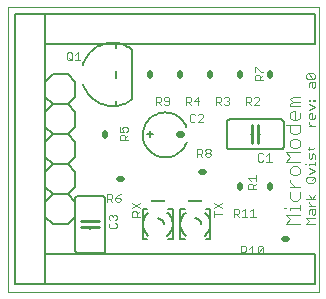
<source format=gto>
G75*
%MOIN*%
%OFA0B0*%
%FSLAX24Y24*%
%IPPOS*%
%LPD*%
%AMOC8*
5,1,8,0,0,1.08239X$1,22.5*
%
%ADD10C,0.0000*%
%ADD11C,0.0040*%
%ADD12C,0.0030*%
%ADD13C,0.0200*%
%ADD14C,0.0060*%
%ADD15C,0.0100*%
%ADD16C,0.0240*%
%ADD17R,0.0500X0.0050*%
%ADD18C,0.0050*%
D10*
X000100Y000100D02*
X000100Y009596D01*
X010470Y009596D01*
X010470Y000100D01*
X000100Y000100D01*
D11*
X009370Y002370D02*
X009523Y002523D01*
X009370Y002677D01*
X009830Y002677D01*
X009830Y002830D02*
X009830Y002984D01*
X009830Y002907D02*
X009523Y002907D01*
X009523Y002830D01*
X009370Y002907D02*
X009293Y002907D01*
X009600Y003137D02*
X009753Y003137D01*
X009830Y003214D01*
X009830Y003444D01*
X009830Y003598D02*
X009523Y003598D01*
X009523Y003751D02*
X009523Y003828D01*
X009523Y003751D02*
X009677Y003598D01*
X009523Y003444D02*
X009523Y003214D01*
X009600Y003137D01*
X009830Y002370D02*
X009370Y002370D01*
X009600Y003981D02*
X009523Y004058D01*
X009523Y004212D01*
X009600Y004288D01*
X009753Y004288D01*
X009830Y004212D01*
X009830Y004058D01*
X009753Y003981D01*
X009600Y003981D01*
X009830Y004442D02*
X009370Y004442D01*
X009523Y004595D01*
X009370Y004749D01*
X009830Y004749D01*
X009753Y004902D02*
X009600Y004902D01*
X009523Y004979D01*
X009523Y005132D01*
X009600Y005209D01*
X009753Y005209D01*
X009830Y005132D01*
X009830Y004979D01*
X009753Y004902D01*
X009753Y005363D02*
X009600Y005363D01*
X009523Y005439D01*
X009523Y005669D01*
X009370Y005669D02*
X009830Y005669D01*
X009830Y005439D01*
X009753Y005363D01*
X009753Y005823D02*
X009600Y005823D01*
X009523Y005900D01*
X009523Y006053D01*
X009600Y006130D01*
X009677Y006130D01*
X009677Y005823D01*
X009753Y005823D02*
X009830Y005900D01*
X009830Y006053D01*
X009830Y006283D02*
X009523Y006283D01*
X009523Y006360D01*
X009600Y006437D01*
X009523Y006514D01*
X009600Y006590D01*
X009830Y006590D01*
X009830Y006437D02*
X009600Y006437D01*
D12*
X010142Y006450D02*
X010190Y006450D01*
X010190Y006498D01*
X010142Y006498D01*
X010142Y006450D01*
X010142Y006349D02*
X010335Y006252D01*
X010142Y006155D01*
X010190Y006054D02*
X010238Y006054D01*
X010238Y005861D01*
X010190Y005861D02*
X010287Y005861D01*
X010335Y005909D01*
X010335Y006006D01*
X010190Y006054D02*
X010142Y006006D01*
X010142Y005909D01*
X010190Y005861D01*
X010142Y005760D02*
X010142Y005712D01*
X010238Y005615D01*
X010142Y005615D02*
X010335Y005615D01*
X010335Y004917D02*
X010287Y004869D01*
X010093Y004869D01*
X010142Y004917D02*
X010142Y004820D01*
X010142Y004719D02*
X010142Y004574D01*
X010190Y004526D01*
X010238Y004574D01*
X010238Y004671D01*
X010287Y004719D01*
X010335Y004671D01*
X010335Y004526D01*
X010335Y004426D02*
X010335Y004329D01*
X010335Y004378D02*
X010142Y004378D01*
X010142Y004329D01*
X010142Y004228D02*
X010335Y004131D01*
X010142Y004035D01*
X010093Y003934D02*
X010287Y003934D01*
X010335Y003885D01*
X010335Y003788D01*
X010287Y003740D01*
X010093Y003740D01*
X010045Y003788D01*
X010045Y003885D01*
X010093Y003934D01*
X010238Y003837D02*
X010335Y003934D01*
X010045Y004378D02*
X009996Y004378D01*
X008914Y004445D02*
X008720Y004445D01*
X008817Y004445D02*
X008817Y004735D01*
X008720Y004638D01*
X008619Y004687D02*
X008571Y004735D01*
X008474Y004735D01*
X008426Y004687D01*
X008426Y004493D01*
X008474Y004445D01*
X008571Y004445D01*
X008619Y004493D01*
X008375Y003981D02*
X008375Y003801D01*
X008375Y003891D02*
X008105Y003891D01*
X008195Y003801D01*
X008150Y003705D02*
X008240Y003705D01*
X008285Y003660D01*
X008285Y003525D01*
X008375Y003525D02*
X008105Y003525D01*
X008105Y003660D01*
X008150Y003705D01*
X008285Y003615D02*
X008375Y003705D01*
X008269Y002875D02*
X008269Y002605D01*
X008179Y002605D02*
X008359Y002605D01*
X008179Y002785D02*
X008269Y002875D01*
X007993Y002875D02*
X007993Y002605D01*
X007903Y002605D02*
X008083Y002605D01*
X007903Y002785D02*
X007993Y002875D01*
X007806Y002830D02*
X007806Y002740D01*
X007761Y002695D01*
X007626Y002695D01*
X007626Y002605D02*
X007626Y002875D01*
X007761Y002875D01*
X007806Y002830D01*
X007716Y002695D02*
X007806Y002605D01*
X007255Y002695D02*
X006985Y002695D01*
X006985Y002605D02*
X006985Y002785D01*
X006985Y002881D02*
X007255Y003061D01*
X007255Y002881D02*
X006985Y003061D01*
X007876Y001625D02*
X008011Y001625D01*
X008056Y001580D01*
X008056Y001490D01*
X008011Y001445D01*
X007876Y001445D01*
X007876Y001355D02*
X007876Y001625D01*
X007966Y001445D02*
X008056Y001355D01*
X008153Y001355D02*
X008333Y001355D01*
X008243Y001355D02*
X008243Y001625D01*
X008153Y001535D01*
X008429Y001580D02*
X008429Y001400D01*
X008609Y001580D01*
X008609Y001400D01*
X008564Y001355D01*
X008474Y001355D01*
X008429Y001400D01*
X008429Y001580D02*
X008474Y001625D01*
X008564Y001625D01*
X008609Y001580D01*
X010045Y002365D02*
X010142Y002462D01*
X010045Y002558D01*
X010335Y002558D01*
X010287Y002660D02*
X010238Y002708D01*
X010238Y002853D01*
X010190Y002853D02*
X010142Y002805D01*
X010142Y002708D01*
X010287Y002660D02*
X010335Y002708D01*
X010335Y002853D01*
X010190Y002853D01*
X010238Y002954D02*
X010142Y003051D01*
X010142Y003099D01*
X010142Y002954D02*
X010335Y002954D01*
X010335Y003200D02*
X010045Y003200D01*
X010142Y003345D02*
X010238Y003200D01*
X010335Y003345D01*
X010335Y002365D02*
X010045Y002365D01*
X006859Y004650D02*
X006814Y004605D01*
X006724Y004605D01*
X006679Y004650D01*
X006679Y004695D01*
X006724Y004740D01*
X006814Y004740D01*
X006859Y004695D01*
X006859Y004650D01*
X006814Y004740D02*
X006859Y004785D01*
X006859Y004830D01*
X006814Y004875D01*
X006724Y004875D01*
X006679Y004830D01*
X006679Y004785D01*
X006724Y004740D01*
X006583Y004740D02*
X006538Y004695D01*
X006403Y004695D01*
X006493Y004695D02*
X006583Y004605D01*
X006583Y004740D02*
X006583Y004830D01*
X006538Y004875D01*
X006403Y004875D01*
X006403Y004605D01*
X006441Y005765D02*
X006621Y005945D01*
X006621Y005990D01*
X006576Y006035D01*
X006486Y006035D01*
X006441Y005990D01*
X006345Y005990D02*
X006300Y006035D01*
X006210Y006035D01*
X006165Y005990D01*
X006165Y005810D01*
X006210Y005765D01*
X006300Y005765D01*
X006345Y005810D01*
X006441Y005765D02*
X006621Y005765D01*
X006436Y006325D02*
X006436Y006595D01*
X006301Y006460D01*
X006481Y006460D01*
X006205Y006460D02*
X006160Y006415D01*
X006025Y006415D01*
X006025Y006325D02*
X006025Y006595D01*
X006160Y006595D01*
X006205Y006550D01*
X006205Y006460D01*
X006115Y006415D02*
X006205Y006325D01*
X005481Y006370D02*
X005481Y006550D01*
X005436Y006595D01*
X005346Y006595D01*
X005301Y006550D01*
X005301Y006505D01*
X005346Y006460D01*
X005481Y006460D01*
X005481Y006370D02*
X005436Y006325D01*
X005346Y006325D01*
X005301Y006370D01*
X005205Y006325D02*
X005115Y006415D01*
X005160Y006415D02*
X005025Y006415D01*
X005025Y006325D02*
X005025Y006595D01*
X005160Y006595D01*
X005205Y006550D01*
X005205Y006460D01*
X005160Y006415D01*
X004095Y005564D02*
X004095Y005474D01*
X004050Y005429D01*
X003960Y005429D02*
X003915Y005519D01*
X003915Y005564D01*
X003960Y005609D01*
X004050Y005609D01*
X004095Y005564D01*
X003960Y005429D02*
X003825Y005429D01*
X003825Y005609D01*
X003870Y005333D02*
X003825Y005288D01*
X003825Y005153D01*
X004095Y005153D01*
X004005Y005153D02*
X004005Y005288D01*
X003960Y005333D01*
X003870Y005333D01*
X004005Y005243D02*
X004095Y005333D01*
X003859Y003375D02*
X003769Y003330D01*
X003679Y003240D01*
X003814Y003240D01*
X003859Y003195D01*
X003859Y003150D01*
X003814Y003105D01*
X003724Y003105D01*
X003679Y003150D01*
X003679Y003240D01*
X003583Y003240D02*
X003538Y003195D01*
X003403Y003195D01*
X003493Y003195D02*
X003583Y003105D01*
X003583Y003240D02*
X003583Y003330D01*
X003538Y003375D01*
X003403Y003375D01*
X003403Y003105D01*
X003510Y002671D02*
X003555Y002671D01*
X003600Y002626D01*
X003645Y002671D01*
X003690Y002671D01*
X003735Y002626D01*
X003735Y002536D01*
X003690Y002491D01*
X003690Y002395D02*
X003735Y002350D01*
X003735Y002260D01*
X003690Y002215D01*
X003510Y002215D01*
X003465Y002260D01*
X003465Y002350D01*
X003510Y002395D01*
X003510Y002491D02*
X003465Y002536D01*
X003465Y002626D01*
X003510Y002671D01*
X003600Y002626D02*
X003600Y002581D01*
X004235Y002605D02*
X004235Y002740D01*
X004280Y002785D01*
X004370Y002785D01*
X004415Y002740D01*
X004415Y002605D01*
X004505Y002605D02*
X004235Y002605D01*
X004415Y002695D02*
X004505Y002785D01*
X004505Y002881D02*
X004235Y003061D01*
X004235Y002881D02*
X004505Y003061D01*
X007025Y006325D02*
X007025Y006595D01*
X007160Y006595D01*
X007205Y006550D01*
X007205Y006460D01*
X007160Y006415D01*
X007025Y006415D01*
X007115Y006415D02*
X007205Y006325D01*
X007301Y006370D02*
X007346Y006325D01*
X007436Y006325D01*
X007481Y006370D01*
X007481Y006415D01*
X007436Y006460D01*
X007391Y006460D01*
X007436Y006460D02*
X007481Y006505D01*
X007481Y006550D01*
X007436Y006595D01*
X007346Y006595D01*
X007301Y006550D01*
X008025Y006595D02*
X008025Y006325D01*
X008025Y006415D02*
X008160Y006415D01*
X008205Y006460D01*
X008205Y006550D01*
X008160Y006595D01*
X008025Y006595D01*
X008115Y006415D02*
X008205Y006325D01*
X008301Y006325D02*
X008481Y006505D01*
X008481Y006550D01*
X008436Y006595D01*
X008346Y006595D01*
X008301Y006550D01*
X008301Y006325D02*
X008481Y006325D01*
X008505Y007153D02*
X008505Y007288D01*
X008460Y007333D01*
X008370Y007333D01*
X008325Y007288D01*
X008325Y007153D01*
X008595Y007153D01*
X008505Y007243D02*
X008595Y007333D01*
X008595Y007429D02*
X008550Y007429D01*
X008370Y007609D01*
X008325Y007609D01*
X008325Y007429D01*
X010045Y007332D02*
X010045Y007235D01*
X010093Y007186D01*
X010287Y007186D01*
X010093Y007380D01*
X010287Y007380D01*
X010335Y007332D01*
X010335Y007235D01*
X010287Y007186D01*
X010335Y007085D02*
X010190Y007085D01*
X010142Y007037D01*
X010142Y006940D01*
X010238Y006940D02*
X010238Y007085D01*
X010335Y007085D02*
X010335Y006940D01*
X010287Y006892D01*
X010238Y006940D01*
X010045Y007332D02*
X010093Y007380D01*
X010287Y006498D02*
X010335Y006498D01*
X010335Y006450D01*
X010287Y006450D01*
X010287Y006498D01*
X002519Y007815D02*
X002339Y007815D01*
X002429Y007815D02*
X002429Y008085D01*
X002339Y007995D01*
X002243Y008040D02*
X002243Y007860D01*
X002198Y007815D01*
X002108Y007815D01*
X002063Y007860D01*
X002063Y008040D01*
X002108Y008085D01*
X002198Y008085D01*
X002243Y008040D01*
X002153Y007905D02*
X002243Y007815D01*
D13*
X004850Y007400D02*
X004850Y007300D01*
X005850Y007300D02*
X005850Y007400D01*
X006850Y007400D02*
X006850Y007300D01*
X007850Y007300D02*
X007850Y007400D01*
X008850Y007400D02*
X008850Y007300D01*
X006650Y004100D02*
X006550Y004100D01*
X007850Y003650D02*
X007850Y003550D01*
X008850Y003550D02*
X008850Y003650D01*
X009300Y001850D02*
X009400Y001850D01*
X003900Y003850D02*
X003800Y003850D01*
X003350Y005300D02*
X003350Y005400D01*
D14*
X002350Y005600D02*
X002350Y006100D01*
X002100Y006350D01*
X001600Y006350D01*
X001350Y006100D01*
X001350Y005600D01*
X001600Y005350D01*
X002100Y005350D01*
X002350Y005600D01*
X002100Y005350D02*
X002350Y005100D01*
X002350Y004600D01*
X002100Y004350D01*
X002350Y004100D01*
X002350Y003600D01*
X002100Y003350D01*
X002350Y003100D01*
X002350Y002600D01*
X002100Y002350D01*
X001600Y002350D01*
X001350Y002600D01*
X001350Y003100D01*
X001600Y003350D01*
X001350Y003600D01*
X001350Y004100D01*
X001600Y004350D01*
X001350Y004600D01*
X001350Y005100D01*
X001600Y005350D01*
X002100Y005350D01*
X002100Y006350D02*
X001600Y006350D01*
X001350Y006600D01*
X001350Y007100D01*
X001600Y007350D01*
X002100Y007350D01*
X002350Y007100D01*
X002350Y006600D01*
X002100Y006350D01*
X002100Y004350D02*
X001600Y004350D01*
X001600Y003350D02*
X002100Y003350D01*
X002350Y003200D02*
X002350Y001500D01*
X002352Y001483D01*
X002356Y001466D01*
X002363Y001450D01*
X002373Y001436D01*
X002386Y001423D01*
X002400Y001413D01*
X002416Y001406D01*
X002433Y001402D01*
X002450Y001400D01*
X003250Y001400D01*
X003267Y001402D01*
X003284Y001406D01*
X003300Y001413D01*
X003314Y001423D01*
X003327Y001436D01*
X003337Y001450D01*
X003344Y001466D01*
X003348Y001483D01*
X003350Y001500D01*
X003350Y003200D01*
X003348Y003217D01*
X003344Y003234D01*
X003337Y003250D01*
X003327Y003264D01*
X003314Y003277D01*
X003300Y003287D01*
X003284Y003294D01*
X003267Y003298D01*
X003250Y003300D01*
X002450Y003300D01*
X002433Y003298D01*
X002416Y003294D01*
X002400Y003287D01*
X002386Y003277D01*
X002373Y003264D01*
X002363Y003250D01*
X002356Y003234D01*
X002352Y003217D01*
X002350Y003200D01*
X002850Y002500D02*
X002850Y002450D01*
X002850Y002250D02*
X002850Y002200D01*
X004600Y002350D02*
X004600Y001850D01*
X004750Y001850D01*
X004600Y002350D02*
X004600Y002850D01*
X004750Y002850D01*
X005412Y002740D02*
X005443Y002714D01*
X005472Y002685D01*
X005498Y002653D01*
X005521Y002620D01*
X005541Y002585D01*
X005559Y002548D01*
X005574Y002510D01*
X005585Y002471D01*
X005593Y002431D01*
X005598Y002391D01*
X005600Y002350D01*
X005600Y002850D01*
X005450Y002850D01*
X005850Y002850D02*
X006000Y002850D01*
X005850Y002850D02*
X005850Y002350D01*
X005850Y001850D01*
X006000Y001850D01*
X005600Y001850D02*
X005450Y001850D01*
X005600Y001850D02*
X005600Y002350D01*
X005300Y002350D02*
X005298Y002376D01*
X005293Y002402D01*
X005285Y002427D01*
X005273Y002450D01*
X005259Y002472D01*
X005241Y002491D01*
X005222Y002509D01*
X005200Y002523D01*
X005177Y002535D01*
X005152Y002543D01*
X005126Y002548D01*
X005100Y002550D01*
X004788Y002740D02*
X004757Y002714D01*
X004728Y002685D01*
X004702Y002653D01*
X004679Y002620D01*
X004659Y002585D01*
X004641Y002548D01*
X004626Y002510D01*
X004615Y002471D01*
X004607Y002431D01*
X004602Y002391D01*
X004600Y002350D01*
X005412Y001960D02*
X005443Y001986D01*
X005472Y002015D01*
X005498Y002047D01*
X005521Y002080D01*
X005541Y002115D01*
X005559Y002152D01*
X005574Y002190D01*
X005585Y002229D01*
X005593Y002269D01*
X005598Y002309D01*
X005600Y002350D01*
X004788Y001960D02*
X004757Y001986D01*
X004728Y002015D01*
X004702Y002047D01*
X004679Y002080D01*
X004659Y002115D01*
X004641Y002152D01*
X004626Y002190D01*
X004615Y002229D01*
X004607Y002269D01*
X004602Y002309D01*
X004600Y002350D01*
X006662Y001960D02*
X006693Y001986D01*
X006722Y002015D01*
X006748Y002047D01*
X006771Y002080D01*
X006791Y002115D01*
X006809Y002152D01*
X006824Y002190D01*
X006835Y002229D01*
X006843Y002269D01*
X006848Y002309D01*
X006850Y002350D01*
X006850Y002850D01*
X006700Y002850D01*
X006850Y002350D02*
X006850Y001850D01*
X006700Y001850D01*
X006038Y001960D02*
X006007Y001986D01*
X005978Y002015D01*
X005952Y002047D01*
X005929Y002080D01*
X005909Y002115D01*
X005891Y002152D01*
X005876Y002190D01*
X005865Y002229D01*
X005857Y002269D01*
X005852Y002309D01*
X005850Y002350D01*
X006662Y002740D02*
X006693Y002714D01*
X006722Y002685D01*
X006748Y002653D01*
X006771Y002620D01*
X006791Y002585D01*
X006809Y002548D01*
X006824Y002510D01*
X006835Y002471D01*
X006843Y002431D01*
X006848Y002391D01*
X006850Y002350D01*
X006550Y002350D02*
X006548Y002376D01*
X006543Y002402D01*
X006535Y002427D01*
X006523Y002450D01*
X006509Y002472D01*
X006491Y002491D01*
X006472Y002509D01*
X006450Y002523D01*
X006427Y002535D01*
X006402Y002543D01*
X006376Y002548D01*
X006350Y002550D01*
X006038Y002740D02*
X006007Y002714D01*
X005978Y002685D01*
X005952Y002653D01*
X005929Y002620D01*
X005909Y002585D01*
X005891Y002548D01*
X005876Y002510D01*
X005865Y002471D01*
X005857Y002431D01*
X005852Y002391D01*
X005850Y002350D01*
X007500Y004850D02*
X009200Y004850D01*
X009217Y004852D01*
X009234Y004856D01*
X009250Y004863D01*
X009264Y004873D01*
X009277Y004886D01*
X009287Y004900D01*
X009294Y004916D01*
X009298Y004933D01*
X009300Y004950D01*
X009300Y005750D01*
X009298Y005767D01*
X009294Y005784D01*
X009287Y005800D01*
X009277Y005814D01*
X009264Y005827D01*
X009250Y005837D01*
X009234Y005844D01*
X009217Y005848D01*
X009200Y005850D01*
X007500Y005850D01*
X007483Y005848D01*
X007466Y005844D01*
X007450Y005837D01*
X007436Y005827D01*
X007423Y005814D01*
X007413Y005800D01*
X007406Y005784D01*
X007402Y005767D01*
X007400Y005750D01*
X007400Y004950D01*
X007402Y004933D01*
X007406Y004916D01*
X007413Y004900D01*
X007423Y004886D01*
X007436Y004873D01*
X007450Y004863D01*
X007466Y004856D01*
X007483Y004852D01*
X007500Y004850D01*
X008200Y005350D02*
X008250Y005350D01*
X008450Y005350D02*
X008500Y005350D01*
X006062Y005096D02*
X006044Y005045D01*
X006022Y004996D01*
X005996Y004949D01*
X005967Y004904D01*
X005935Y004861D01*
X005900Y004820D01*
X005862Y004782D01*
X005821Y004746D01*
X005778Y004714D01*
X005733Y004685D01*
X005686Y004659D01*
X005637Y004637D01*
X005586Y004618D01*
X005534Y004603D01*
X005482Y004592D01*
X005429Y004584D01*
X005375Y004580D01*
X005321Y004581D01*
X005267Y004585D01*
X005214Y004592D01*
X005162Y004604D01*
X005110Y004619D01*
X005060Y004638D01*
X005011Y004661D01*
X004964Y004687D01*
X004919Y004716D01*
X004876Y004749D01*
X004835Y004784D01*
X004798Y004823D01*
X004763Y004864D01*
X004731Y004907D01*
X004702Y004952D01*
X004677Y005000D01*
X004655Y005049D01*
X004636Y005100D01*
X004622Y005151D01*
X004611Y005204D01*
X004604Y005257D01*
X004600Y005311D01*
X004601Y005365D01*
X004605Y005419D01*
X004614Y005472D01*
X004626Y005524D01*
X004641Y005576D01*
X004661Y005626D01*
X004684Y005674D01*
X004710Y005721D01*
X004740Y005766D01*
X004773Y005809D01*
X004809Y005849D01*
X004847Y005886D01*
X004888Y005921D01*
X004932Y005953D01*
X004978Y005981D01*
X005025Y006006D01*
X005075Y006028D01*
X005125Y006046D01*
X005177Y006060D01*
X005230Y006070D01*
X005283Y006077D01*
X005337Y006080D01*
X005391Y006079D01*
X005444Y006074D01*
X005498Y006065D01*
X005550Y006053D01*
X005601Y006037D01*
X005651Y006017D01*
X005700Y005993D01*
X005746Y005967D01*
X005791Y005937D01*
X005833Y005903D01*
X005873Y005867D01*
X005910Y005828D01*
X005945Y005787D01*
X005976Y005743D01*
X006004Y005697D01*
X006029Y005649D01*
X006050Y005600D01*
X004950Y005350D02*
X004750Y005350D01*
X004850Y005250D02*
X004850Y005450D01*
D15*
X003150Y002450D02*
X002850Y002450D01*
X002550Y002450D01*
X002550Y002250D02*
X002850Y002250D01*
X003150Y002250D01*
X008250Y005050D02*
X008250Y005350D01*
X008250Y005650D01*
X008450Y005650D02*
X008450Y005350D01*
X008450Y005050D01*
D16*
X005880Y005350D02*
X005800Y005350D01*
D17*
X006350Y003125D03*
X005100Y003125D03*
D18*
X003700Y006305D02*
X003700Y006463D01*
X004250Y006525D02*
X004250Y008175D01*
X003700Y008237D02*
X003700Y008395D01*
X003700Y007463D02*
X003700Y007237D01*
X004250Y006525D02*
X004202Y006490D01*
X004152Y006457D01*
X004100Y006426D01*
X004046Y006399D01*
X003991Y006375D01*
X003934Y006355D01*
X003877Y006337D01*
X003819Y006323D01*
X003760Y006312D01*
X003700Y006305D01*
X003638Y006301D01*
X003575Y006300D01*
X003513Y006304D01*
X003451Y006311D01*
X003390Y006321D01*
X003329Y006336D01*
X003269Y006354D01*
X003210Y006375D01*
X003153Y006400D01*
X003098Y006428D01*
X003044Y006459D01*
X002992Y006494D01*
X002942Y006532D01*
X002895Y006572D01*
X002850Y006616D01*
X002807Y006661D01*
X002768Y006710D01*
X002731Y006760D01*
X002698Y006813D01*
X002667Y006867D01*
X002640Y006924D01*
X002617Y006981D01*
X002597Y007040D01*
X002597Y007660D02*
X002617Y007720D01*
X002641Y007779D01*
X002669Y007836D01*
X002700Y007891D01*
X002735Y007945D01*
X002772Y007996D01*
X002813Y008045D01*
X002857Y008091D01*
X002903Y008135D01*
X002952Y008176D01*
X003003Y008214D01*
X003056Y008248D01*
X003112Y008280D01*
X003169Y008307D01*
X003228Y008332D01*
X003288Y008352D01*
X003349Y008370D01*
X003411Y008383D01*
X003474Y008392D01*
X003537Y008398D01*
X003601Y008400D01*
X003665Y008398D01*
X003728Y008392D01*
X003791Y008383D01*
X003853Y008369D01*
X003914Y008352D01*
X003974Y008331D01*
X004033Y008307D01*
X004090Y008279D01*
X004146Y008247D01*
X004199Y008212D01*
X004250Y008175D01*
X001350Y008350D02*
X001350Y009350D01*
X001350Y000350D01*
X001350Y001350D01*
X010350Y001350D01*
X010350Y000350D01*
X001350Y000350D01*
X000350Y000350D01*
X000350Y009350D01*
X001350Y009350D01*
X010350Y009350D01*
X010350Y008350D01*
X001350Y008350D01*
M02*

</source>
